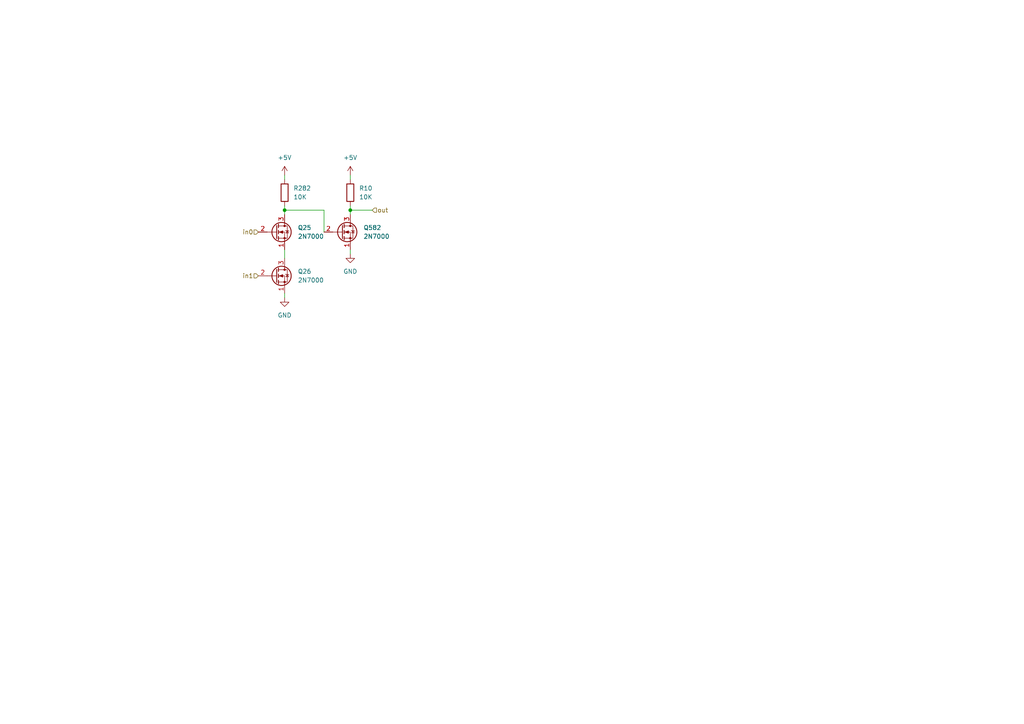
<source format=kicad_sch>
(kicad_sch (version 20231120) (generator "eeschema") (generator_version "8.0")
  (paper "A4")
  (lib_symbols
    (symbol "Device:R" (pin_numbers hide) (pin_names (offset 0))
      (property "Reference" "R" (at 2.032 0 90))
      (property "Value" "R" (at 0 0 90))
      (symbol "R_0_1"
        (rectangle (start -1.016 -2.54) (end 1.016 2.54) (stroke (width 0.254)))
      )
      (symbol "R_1_1"
        (pin passive line (at 0 3.81 270) (length 1.27) (name "~") (number "1"))
        (pin passive line (at 0 -3.81 90) (length 1.27) (name "~") (number "2"))
      )
    )
    (symbol "Transistor_FET:2N7000" (pin_names hide)
      (property "Reference" "Q" (at 5.08 1.905 0))
      (property "Value" "2N7000" (at 5.08 0 0))
      (symbol "2N7000_0_1"
        (polyline (pts (xy 0.254 0) (xy -2.54 0)))
        (polyline (pts (xy 0.254 1.905) (xy 0.254 -1.905)) (stroke (width 0.254)))
        (polyline (pts (xy 0.762 -1.27) (xy 0.762 -2.286)) (stroke (width 0.254)))
        (polyline (pts (xy 0.762 0.508) (xy 0.762 -0.508)) (stroke (width 0.254)))
        (polyline (pts (xy 0.762 2.286) (xy 0.762 1.27)) (stroke (width 0.254)))
        (polyline (pts (xy 2.54 2.54) (xy 2.54 1.778)))
        (polyline (pts (xy 2.54 -2.54) (xy 2.54 0) (xy 0.762 0)))
        (polyline (pts (xy 0.762 -1.778) (xy 3.302 -1.778) (xy 3.302 1.778) (xy 0.762 1.778)))
        (polyline (pts (xy 1.016 0) (xy 2.032 0.381) (xy 2.032 -0.381) (xy 1.016 0)) (fill (type outline)))
        (polyline (pts (xy 2.794 0.508) (xy 2.921 0.381) (xy 3.683 0.381) (xy 3.81 0.254)))
        (polyline (pts (xy 3.302 0.381) (xy 2.921 -0.254) (xy 3.683 -0.254) (xy 3.302 0.381)))
        (circle (center 1.651 0) (radius 2.794) (stroke (width 0.254)))
        (circle (center 2.54 -1.778) (radius 0.254) (fill (type outline)))
        (circle (center 2.54 1.778) (radius 0.254) (fill (type outline)))
      )
      (symbol "2N7000_1_1"
        (pin passive line (at 2.54 -5.08 90) (length 2.54) (name "S") (number "1"))
        (pin input line (at -5.08 0 0) (length 2.54) (name "G") (number "2"))
        (pin passive line (at 2.54 5.08 270) (length 2.54) (name "D") (number "3"))
      )
    )
    (symbol "power:+5V" (power) (pin_names (offset 0))
      (property "Value" "+5V" (at 0 3.556 0))
      (symbol "+5V_0_1"
        (polyline (pts (xy -0.762 1.27) (xy 0 2.54)))
        (polyline (pts (xy 0 0) (xy 0 2.54)))
        (polyline (pts (xy 0 2.54) (xy 0.762 1.27)))
      )
      (symbol "+5V_1_1"
        (pin power_in line (at 0 0 90) (length 0) hide (name "+5V") (number "1"))
      )
    )
    (symbol "power:GND" (power) (pin_names (offset 0))
      (property "Value" "GND" (at 0 -3.81 0))
      (symbol "GND_0_1"
        (polyline (pts (xy 0 0) (xy 0 -1.27) (xy 1.27 -1.27) (xy 0 -2.54) (xy -1.27 -1.27) (xy 0 -1.27)))
      )
      (symbol "GND_1_1"
        (pin power_in line (at 0 0 270) (length 0) hide (name "GND") (number "1"))
      )
    )
  )
  (junction (at 101.6 60.96))
  (junction (at 82.55 60.96))
  (wire (pts (xy 82.55 72.39) (xy 82.55 74.93)))
  (wire (pts (xy 82.55 85.09) (xy 82.55 86.36)))
  (wire (pts (xy 93.98 60.96) (xy 82.55 60.96)))
  (wire (pts (xy 101.6 50.8) (xy 101.6 52.07)))
  (wire (pts (xy 82.55 50.8) (xy 82.55 52.07)))
  (wire (pts (xy 101.6 72.39) (xy 101.6 73.66)))
  (wire (pts (xy 101.6 60.96) (xy 101.6 62.23)))
  (wire (pts (xy 101.6 59.69) (xy 101.6 60.96)))
  (wire (pts (xy 93.98 67.31) (xy 93.98 60.96)))
  (wire (pts (xy 82.55 60.96) (xy 82.55 62.23)))
  (wire (pts (xy 82.55 59.69) (xy 82.55 60.96)))
  (wire (pts (xy 107.95 60.96) (xy 101.6 60.96)))
  (hierarchical_label "in0" (shape input) (at 74.93 67.31 180))
  (hierarchical_label "in1" (shape input) (at 74.93 80.01 180))
  (hierarchical_label "out" (shape input) (at 107.95 60.96 0))
  (symbol (lib_id "power:GND") (at 101.6 73.66 0) (unit 1)
    (property "Reference" "#PWR022" (effects (hide yes)))
    (property "Value" "GND" (at 101.6 78.74 0))
    (property "Description" "Power symbol creates a global label with name \"GND\" , ground" (effects (hide yes)))
    (instances (project "disintegrated_clock" (path "" (reference "#PWR022") (unit 1)) (path "" (reference "#PWR0550") (unit 1)) (path "" (reference "#PWR0550") (unit 1)) (path "" (reference "#PWR0550") (unit 1)) (path "" (reference "#PWR0550") (unit 1)) (path "" (reference "#PWR0550") (unit 1)) (path "" (reference "#PWR0550") (unit 1)) (path "" (reference "#PWR0550") (unit 1)) (path "" (reference "#PWR0550") (unit 1)) (path "" (reference "#PWR0550") (unit 1)) (path "" (reference "#PWR0550") (unit 1)) (path "" (reference "#PWR0550") (unit 1)) (path "" (reference "#PWR0550") (unit 1)) (path "" (reference "#PWR0550") (unit 1)) (path "" (reference "#PWR0550") (unit 1)) (path "" (reference "#PWR0550") (unit 1)) (path "" (reference "#PWR0550") (unit 1)) (path "" (reference "#PWR0550") (unit 1)) (path "" (reference "#PWR0550") (unit 1)) (path "" (reference "#PWR0550") (unit 1)) (path "" (reference "#PWR0550") (unit 1)) (path "" (reference "#PWR0550") (unit 1)) (path "" (reference "#PWR0550") (unit 1)) (path "" (reference "#PWR0550") (unit 1)) (path "" (reference "#PWR0550") (unit 1)) (path "" (reference "#PWR0550") (unit 1)) (path "" (reference "#PWR0550") (unit 1)) (path "" (reference "#PWR0550") (unit 1)) (path "" (reference "#PWR0550") (unit 1)) (path "" (reference "#PWR0550") (unit 1))))
  )
  (symbol (lib_id "Device:R") (at 101.6 55.88 0) (unit 1)
    (property "Reference" "R10" (at 104.14 54.6099 0) (effects (justify left)))
    (property "Value" "10K" (at 104.14 57.1499 0) (effects (justify left)))
    (property "Footprint" "Resistor_THT:R_Axial_DIN0204_L3.6mm_D1.6mm_P5.08mm_Horizontal" (effects (hide yes)))
    (property "Description" "Resistor" (effects (hide yes)))
    (instances (project "disintegrated_clock" (path "" (reference "R10") (unit 1)) (path "" (reference "R283") (unit 1)) (path "" (reference "R283") (unit 1)) (path "" (reference "R283") (unit 1)) (path "" (reference "R283") (unit 1)) (path "" (reference "R283") (unit 1)) (path "" (reference "R283") (unit 1)) (path "" (reference "R283") (unit 1)) (path "" (reference "R283") (unit 1)) (path "" (reference "R283") (unit 1)) (path "" (reference "R283") (unit 1)) (path "" (reference "R283") (unit 1)) (path "" (reference "R283") (unit 1)) (path "" (reference "R283") (unit 1)) (path "" (reference "R283") (unit 1)) (path "" (reference "R283") (unit 1)) (path "" (reference "R283") (unit 1)) (path "" (reference "R283") (unit 1)) (path "" (reference "R283") (unit 1)) (path "" (reference "R283") (unit 1)) (path "" (reference "R283") (unit 1)) (path "" (reference "R283") (unit 1)) (path "" (reference "R283") (unit 1)) (path "" (reference "R283") (unit 1)) (path "" (reference "R283") (unit 1)) (path "" (reference "R283") (unit 1)) (path "" (reference "R283") (unit 1)) (path "" (reference "R283") (unit 1)) (path "" (reference "R283") (unit 1)) (path "" (reference "R283") (unit 1))))
  )
  (symbol (lib_id "Transistor_FET:2N7000") (at 80.01 67.31 0) (unit 1)
    (property "Reference" "Q25" (at 86.36 66.0399 0) (effects (justify left)))
    (property "Value" "2N7000" (at 86.36 68.5799 0) (effects (justify left)))
    (property "Footprint" "Package_TO_SOT_THT:TO-92_Inline" (effects (hide yes)))
    (property "Datasheet" "https://www.vishay.com/docs/70226/70226.pdf" (effects (hide yes)))
    (property "Description" "0.2A Id, 200V Vds, N-Channel MOSFET, 2.6V Logic Level, TO-92" (effects (hide yes)))
    (instances (project "disintegrated_clock" (path "" (reference "Q25") (unit 1)) (path "" (reference "Q580") (unit 1)) (path "" (reference "Q580") (unit 1)) (path "" (reference "Q580") (unit 1)) (path "" (reference "Q580") (unit 1)) (path "" (reference "Q580") (unit 1)) (path "" (reference "Q580") (unit 1)) (path "" (reference "Q580") (unit 1)) (path "" (reference "Q580") (unit 1)) (path "" (reference "Q580") (unit 1)) (path "" (reference "Q580") (unit 1)) (path "" (reference "Q580") (unit 1)) (path "" (reference "Q580") (unit 1)) (path "" (reference "Q580") (unit 1)) (path "" (reference "Q580") (unit 1)) (path "" (reference "Q580") (unit 1)) (path "" (reference "Q580") (unit 1)) (path "" (reference "Q580") (unit 1)) (path "" (reference "Q580") (unit 1)) (path "" (reference "Q580") (unit 1)) (path "" (reference "Q580") (unit 1)) (path "" (reference "Q580") (unit 1)) (path "" (reference "Q580") (unit 1)) (path "" (reference "Q580") (unit 1)) (path "" (reference "Q580") (unit 1)) (path "" (reference "Q580") (unit 1)) (path "" (reference "Q580") (unit 1)) (path "" (reference "Q580") (unit 1)) (path "" (reference "Q580") (unit 1)) (path "" (reference "Q580") (unit 1))))
  )
  (symbol (lib_id "Transistor_FET:2N7000") (at 99.06 67.31 0) (unit 1)
    (property "Reference" "Q582" (at 105.41 66.0399 0) (effects (justify left)))
    (property "Value" "2N7000" (at 105.41 68.5799 0) (effects (justify left)))
    (property "Footprint" "Package_TO_SOT_THT:TO-92_Inline" (effects (hide yes)))
    (property "Datasheet" "https://www.vishay.com/docs/70226/70226.pdf" (effects (hide yes)))
    (property "Description" "0.2A Id, 200V Vds, N-Channel MOSFET, 2.6V Logic Level, TO-92" (effects (hide yes)))
    (instances (project "disintegrated_clock" (path "" (reference "Q582") (unit 1)) (path "" (reference "Q582") (unit 1)) (path "" (reference "Q582") (unit 1)) (path "" (reference "Q582") (unit 1)) (path "" (reference "Q582") (unit 1)) (path "" (reference "Q582") (unit 1)) (path "" (reference "Q582") (unit 1)) (path "" (reference "Q582") (unit 1)) (path "" (reference "Q582") (unit 1)) (path "" (reference "Q582") (unit 1)) (path "" (reference "Q582") (unit 1)) (path "" (reference "Q582") (unit 1)) (path "" (reference "Q582") (unit 1)) (path "" (reference "Q582") (unit 1)) (path "" (reference "Q27") (unit 1)) (path "" (reference "Q582") (unit 1)) (path "" (reference "Q582") (unit 1)) (path "" (reference "Q582") (unit 1)) (path "" (reference "Q582") (unit 1)) (path "" (reference "Q582") (unit 1)) (path "" (reference "Q582") (unit 1)) (path "" (reference "Q582") (unit 1)) (path "" (reference "Q582") (unit 1)) (path "" (reference "Q582") (unit 1)) (path "" (reference "Q582") (unit 1)) (path "" (reference "Q582") (unit 1)) (path "" (reference "Q582") (unit 1)) (path "" (reference "Q582") (unit 1)) (path "" (reference "Q582") (unit 1)) (path "" (reference "Q582") (unit 1))))
  )
  (symbol (lib_id "power:+5V") (at 101.6 50.8 0) (unit 1)
    (property "Reference" "#PWR021" (effects (hide yes)))
    (property "Value" "+5V" (at 101.6 45.72 0))
    (property "Description" "Power symbol creates a global label with name \"+5V\"" (effects (hide yes)))
    (instances (project "disintegrated_clock" (path "" (reference "#PWR021") (unit 1)) (path "" (reference "#PWR0549") (unit 1)) (path "" (reference "#PWR0549") (unit 1)) (path "" (reference "#PWR0549") (unit 1)) (path "" (reference "#PWR0549") (unit 1)) (path "" (reference "#PWR0549") (unit 1)) (path "" (reference "#PWR0549") (unit 1)) (path "" (reference "#PWR0549") (unit 1)) (path "" (reference "#PWR0549") (unit 1)) (path "" (reference "#PWR0549") (unit 1)) (path "" (reference "#PWR0549") (unit 1)) (path "" (reference "#PWR0549") (unit 1)) (path "" (reference "#PWR0549") (unit 1)) (path "" (reference "#PWR0549") (unit 1)) (path "" (reference "#PWR0549") (unit 1)) (path "" (reference "#PWR0549") (unit 1)) (path "" (reference "#PWR0549") (unit 1)) (path "" (reference "#PWR0549") (unit 1)) (path "" (reference "#PWR0549") (unit 1)) (path "" (reference "#PWR0549") (unit 1)) (path "" (reference "#PWR0549") (unit 1)) (path "" (reference "#PWR0549") (unit 1)) (path "" (reference "#PWR0549") (unit 1)) (path "" (reference "#PWR0549") (unit 1)) (path "" (reference "#PWR0549") (unit 1)) (path "" (reference "#PWR0549") (unit 1)) (path "" (reference "#PWR0549") (unit 1)) (path "" (reference "#PWR0549") (unit 1)) (path "" (reference "#PWR0549") (unit 1)) (path "" (reference "#PWR0549") (unit 1))))
  )
  (symbol (lib_id "power:+5V") (at 82.55 50.8 0) (unit 1)
    (property "Reference" "#PWR019" (effects (hide yes)))
    (property "Value" "+5V" (at 82.55 45.72 0))
    (property "Description" "Power symbol creates a global label with name \"+5V\"" (effects (hide yes)))
    (instances (project "disintegrated_clock" (path "" (reference "#PWR019") (unit 1)) (path "" (reference "#PWR0547") (unit 1)) (path "" (reference "#PWR0547") (unit 1)) (path "" (reference "#PWR0547") (unit 1)) (path "" (reference "#PWR0547") (unit 1)) (path "" (reference "#PWR0547") (unit 1)) (path "" (reference "#PWR0547") (unit 1)) (path "" (reference "#PWR0547") (unit 1)) (path "" (reference "#PWR0547") (unit 1)) (path "" (reference "#PWR0547") (unit 1)) (path "" (reference "#PWR0547") (unit 1)) (path "" (reference "#PWR0547") (unit 1)) (path "" (reference "#PWR0547") (unit 1)) (path "" (reference "#PWR0547") (unit 1)) (path "" (reference "#PWR0547") (unit 1)) (path "" (reference "#PWR0547") (unit 1)) (path "" (reference "#PWR0547") (unit 1)) (path "" (reference "#PWR0547") (unit 1)) (path "" (reference "#PWR0547") (unit 1)) (path "" (reference "#PWR0547") (unit 1)) (path "" (reference "#PWR0547") (unit 1)) (path "" (reference "#PWR0547") (unit 1)) (path "" (reference "#PWR0547") (unit 1)) (path "" (reference "#PWR0547") (unit 1)) (path "" (reference "#PWR0547") (unit 1)) (path "" (reference "#PWR0547") (unit 1)) (path "" (reference "#PWR0547") (unit 1)) (path "" (reference "#PWR0547") (unit 1)) (path "" (reference "#PWR0547") (unit 1)) (path "" (reference "#PWR0547") (unit 1))))
  )
  (symbol (lib_id "Transistor_FET:2N7000") (at 80.01 80.01 0) (unit 1)
    (property "Reference" "Q26" (at 86.36 78.7399 0) (effects (justify left)))
    (property "Value" "2N7000" (at 86.36 81.2799 0) (effects (justify left)))
    (property "Footprint" "Package_TO_SOT_THT:TO-92_Inline" (effects (hide yes)))
    (property "Datasheet" "https://www.vishay.com/docs/70226/70226.pdf" (effects (hide yes)))
    (property "Description" "0.2A Id, 200V Vds, N-Channel MOSFET, 2.6V Logic Level, TO-92" (effects (hide yes)))
    (instances (project "disintegrated_clock" (path "" (reference "Q26") (unit 1)) (path "" (reference "Q581") (unit 1)) (path "" (reference "Q581") (unit 1)) (path "" (reference "Q581") (unit 1)) (path "" (reference "Q581") (unit 1)) (path "" (reference "Q581") (unit 1)) (path "" (reference "Q581") (unit 1)) (path "" (reference "Q581") (unit 1)) (path "" (reference "Q581") (unit 1)) (path "" (reference "Q581") (unit 1)) (path "" (reference "Q581") (unit 1)) (path "" (reference "Q581") (unit 1)) (path "" (reference "Q581") (unit 1)) (path "" (reference "Q581") (unit 1)) (path "" (reference "Q581") (unit 1)) (path "" (reference "Q581") (unit 1)) (path "" (reference "Q581") (unit 1)) (path "" (reference "Q581") (unit 1)) (path "" (reference "Q581") (unit 1)) (path "" (reference "Q581") (unit 1)) (path "" (reference "Q581") (unit 1)) (path "" (reference "Q581") (unit 1)) (path "" (reference "Q581") (unit 1)) (path "" (reference "Q581") (unit 1)) (path "" (reference "Q581") (unit 1)) (path "" (reference "Q581") (unit 1)) (path "" (reference "Q581") (unit 1)) (path "" (reference "Q581") (unit 1)) (path "" (reference "Q581") (unit 1)) (path "" (reference "Q581") (unit 1))))
  )
  (symbol (lib_id "Device:R") (at 82.55 55.88 0) (unit 1)
    (property "Reference" "R282" (at 85.09 54.6099 0) (effects (justify left)))
    (property "Value" "10K" (at 85.09 57.1499 0) (effects (justify left)))
    (property "Footprint" "Resistor_THT:R_Axial_DIN0204_L3.6mm_D1.6mm_P5.08mm_Horizontal" (effects (hide yes)))
    (property "Description" "Resistor" (effects (hide yes)))
    (instances (project "disintegrated_clock" (path "" (reference "R282") (unit 1)) (path "" (reference "R282") (unit 1)) (path "" (reference "R282") (unit 1)) (path "" (reference "R282") (unit 1)) (path "" (reference "R282") (unit 1)) (path "" (reference "R282") (unit 1)) (path "" (reference "R282") (unit 1)) (path "" (reference "R282") (unit 1)) (path "" (reference "R282") (unit 1)) (path "" (reference "R282") (unit 1)) (path "" (reference "R282") (unit 1)) (path "" (reference "R282") (unit 1)) (path "" (reference "R282") (unit 1)) (path "" (reference "R282") (unit 1)) (path "" (reference "R9") (unit 1)) (path "" (reference "R282") (unit 1)) (path "" (reference "R282") (unit 1)) (path "" (reference "R282") (unit 1)) (path "" (reference "R282") (unit 1)) (path "" (reference "R282") (unit 1)) (path "" (reference "R282") (unit 1)) (path "" (reference "R282") (unit 1)) (path "" (reference "R282") (unit 1)) (path "" (reference "R282") (unit 1)) (path "" (reference "R282") (unit 1)) (path "" (reference "R282") (unit 1)) (path "" (reference "R282") (unit 1)) (path "" (reference "R282") (unit 1)) (path "" (reference "R282") (unit 1)) (path "" (reference "R282") (unit 1))))
  )
  (symbol (lib_id "power:GND") (at 82.55 86.36 0) (unit 1)
    (property "Reference" "#PWR020" (effects (hide yes)))
    (property "Value" "GND" (at 82.55 91.44 0))
    (property "Description" "Power symbol creates a global label with name \"GND\" , ground" (effects (hide yes)))
    (instances (project "disintegrated_clock" (path "" (reference "#PWR020") (unit 1)) (path "" (reference "#PWR0548") (unit 1)) (path "" (reference "#PWR0548") (unit 1)) (path "" (reference "#PWR0548") (unit 1)) (path "" (reference "#PWR0548") (unit 1)) (path "" (reference "#PWR0548") (unit 1)) (path "" (reference "#PWR0548") (unit 1)) (path "" (reference "#PWR0548") (unit 1)) (path "" (reference "#PWR0548") (unit 1)) (path "" (reference "#PWR0548") (unit 1)) (path "" (reference "#PWR0548") (unit 1)) (path "" (reference "#PWR0548") (unit 1)) (path "" (reference "#PWR0548") (unit 1)) (path "" (reference "#PWR0548") (unit 1)) (path "" (reference "#PWR0548") (unit 1)) (path "" (reference "#PWR0548") (unit 1)) (path "" (reference "#PWR0548") (unit 1)) (path "" (reference "#PWR0548") (unit 1)) (path "" (reference "#PWR0548") (unit 1)) (path "" (reference "#PWR0548") (unit 1)) (path "" (reference "#PWR0548") (unit 1)) (path "" (reference "#PWR0548") (unit 1)) (path "" (reference "#PWR0548") (unit 1)) (path "" (reference "#PWR0548") (unit 1)) (path "" (reference "#PWR0548") (unit 1)) (path "" (reference "#PWR0548") (unit 1)) (path "" (reference "#PWR0548") (unit 1)) (path "" (reference "#PWR0548") (unit 1)) (path "" (reference "#PWR0548") (unit 1)) (path "" (reference "#PWR0548") (unit 1))))
  )
)
</source>
